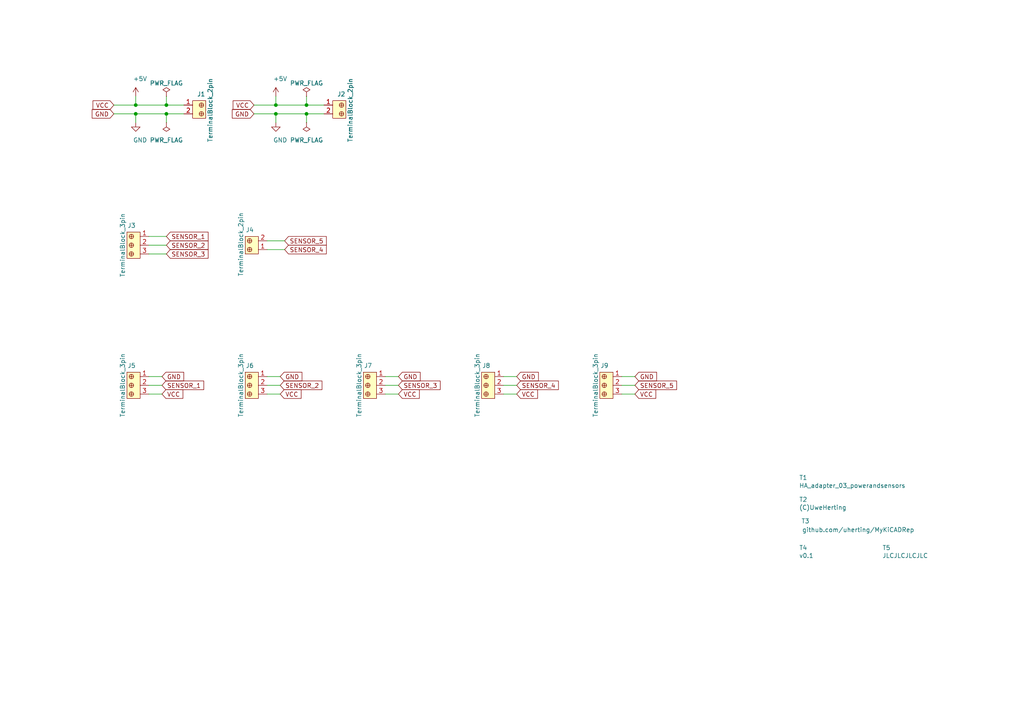
<source format=kicad_sch>
(kicad_sch (version 20210621) (generator eeschema)
  (paper "A4")
  (title_block (title "HA_adapter_03 - power and sensors interface") (date "2021-09-29") (rev "0.1"))
  (lib_symbols
    (symbol "UH_HA:(C)UweHerting" (pin_numbers hide) (pin_names (offset 0) hide)
      (property "Reference" "T" (at 0 1.27 0))
      (property "Value" "(C)UweHerting" (at 0 -2.54 0))
    )
    (symbol "UH_HA:PCB_Name" (pin_numbers hide) (pin_names (offset 0) hide)
      (property "Reference" "T" (at 0 1.27 0))
      (property "Value" "PCB_Name" (at 0 -2.54 0))
    )
    (symbol "UH_HA:PCB_Version" (pin_numbers hide) (pin_names (offset 0) hide)
      (property "Reference" "T" (at 0 1.27 0))
      (property "Value" "PCB_Version" (at 0 -2.54 0))
    )
    (symbol "UH_HA:PWR_FLAG" (power) (pin_numbers hide) (pin_names (offset 0) hide)
      (property "Value" "PWR_FLAG" (at 0 3.81 0))
      (symbol "PWR_FLAG_0_0"
        (pin power_out line (at 0 0 90) (length 0) (name "pwr") (number "1"))
      )
      (symbol "PWR_FLAG_0_1"
        (polyline (pts (xy 0 0) (xy 0 1.27) (xy -1.016 1.905) (xy 0 2.54) (xy 1.016 1.905) (xy 0 1.27)))
      )
    )
    (symbol "UH_HA:TerminalBlock_2pin" (pin_names (offset 1.016))
      (property "Reference" "J" (at -2.54 1.27 0))
      (property "Value" "TerminalBlock_2pin" (at 1.27 -2.54 0))
      (symbol "TerminalBlock_2pin_1_1"
        (circle (center 0 0) (radius 0.635))
        (circle (center 2.54 0) (radius 0.635))
        (rectangle (start -1.27 2.54) (end 3.81 -1.27) (fill (type background)))
        (polyline (pts (xy 0 0.635) (xy 0 -0.635)))
        (polyline (pts (xy 0.635 0) (xy -0.635 0)))
        (polyline (pts (xy 1.905 0) (xy 3.175 0)))
        (polyline (pts (xy 2.54 0.635) (xy 2.54 -0.635)))
        (pin passive line (at 0 5.08 270) (length 2.54) (name "~") (number "1"))
        (pin passive line (at 2.54 5.08 270) (length 2.54) (name "~") (number "2"))
      )
    )
    (symbol "UH_HA:TerminalBlock_3pin" (pin_names (offset 1.016))
      (property "Reference" "J" (at -2.54 1.27 0))
      (property "Value" "TerminalBlock_3pin" (at 2.54 -2.54 0))
      (symbol "TerminalBlock_3pin_1_1"
        (circle (center 0 0) (radius 0.635))
        (circle (center 2.54 0) (radius 0.635))
        (circle (center 5.08 0) (radius 0.635))
        (rectangle (start -1.27 2.54) (end 6.35 -1.27) (fill (type background)))
        (polyline (pts (xy 0 0.635) (xy 0 -0.635)))
        (polyline (pts (xy 0.635 0) (xy -0.635 0)))
        (polyline (pts (xy 1.905 0) (xy 3.175 0)))
        (polyline (pts (xy 2.54 0.635) (xy 2.54 -0.635)))
        (polyline (pts (xy 4.445 0) (xy 5.715 0)))
        (polyline (pts (xy 5.08 0.635) (xy 5.08 -0.635)))
        (pin passive line (at 0 5.08 270) (length 2.54) (name "~") (number "1"))
        (pin passive line (at 2.54 5.08 270) (length 2.54) (name "~") (number "2"))
        (pin passive line (at 5.08 5.08 270) (length 2.54) (name "~") (number "3"))
      )
    )
    (symbol "UH_HA:https___github.com_uherting_MyKiCADRep" (pin_numbers hide) (pin_names (offset 0) hide)
      (property "Reference" "T" (at 0 1.27 0))
      (property "Datasheet" "https://github.com/uherting/MyKiCADRep" (at 0 0 0))
    )
    (symbol "power:+5V" (power) (pin_names (offset 0))
      (property "Value" "+5V" (at 0 3.556 0))
      (symbol "+5V_0_1"
        (polyline (pts (xy -0.762 1.27) (xy 0 2.54)))
        (polyline (pts (xy 0 0) (xy 0 2.54)))
        (polyline (pts (xy 0 2.54) (xy 0.762 1.27)))
      )
      (symbol "+5V_1_1"
        (pin power_in line (at 0 0 90) (length 0) hide (name "+5V") (number "1"))
      )
    )
    (symbol "power:GND" (power) (pin_names (offset 0))
      (property "Value" "GND" (at 0 -3.81 0))
      (symbol "GND_0_1"
        (polyline (pts (xy 0 0) (xy 0 -1.27) (xy 1.27 -1.27) (xy 0 -2.54) (xy -1.27 -1.27) (xy 0 -1.27)))
      )
      (symbol "GND_1_1"
        (pin power_in line (at 0 0 270) (length 0) hide (name "GND") (number "1"))
      )
    )
  )
  (junction (at 39.37 30.48) (diameter 0.9144))
  (junction (at 39.37 33.02) (diameter 0.9144))
  (junction (at 48.26 30.48) (diameter 0.9144))
  (junction (at 48.26 33.02) (diameter 0.9144))
  (junction (at 80.01 30.48) (diameter 0.9144))
  (junction (at 80.01 33.02) (diameter 0.9144))
  (junction (at 88.9 30.48) (diameter 0.9144))
  (junction (at 88.9 33.02) (diameter 0.9144))
  (wire (pts (xy 33.02 30.48) (xy 39.37 30.48)))
  (wire (pts (xy 33.02 33.02) (xy 39.37 33.02)))
  (wire (pts (xy 39.37 27.94) (xy 39.37 30.48)))
  (wire (pts (xy 39.37 30.48) (xy 48.26 30.48)))
  (wire (pts (xy 39.37 33.02) (xy 39.37 35.56)))
  (wire (pts (xy 39.37 33.02) (xy 48.26 33.02)))
  (wire (pts (xy 43.18 68.58) (xy 48.26 68.58)))
  (wire (pts (xy 43.18 71.12) (xy 48.26 71.12)))
  (wire (pts (xy 43.18 73.66) (xy 48.26 73.66)))
  (wire (pts (xy 43.18 109.22) (xy 46.99 109.22)))
  (wire (pts (xy 43.18 111.76) (xy 46.99 111.76)))
  (wire (pts (xy 43.18 114.3) (xy 46.99 114.3)))
  (wire (pts (xy 48.26 30.48) (xy 48.26 27.94)))
  (wire (pts (xy 48.26 30.48) (xy 53.34 30.48)))
  (wire (pts (xy 48.26 33.02) (xy 48.26 35.56)))
  (wire (pts (xy 48.26 33.02) (xy 53.34 33.02)))
  (wire (pts (xy 73.66 30.48) (xy 80.01 30.48)))
  (wire (pts (xy 73.66 33.02) (xy 80.01 33.02)))
  (wire (pts (xy 77.47 69.85) (xy 82.55 69.85)))
  (wire (pts (xy 77.47 72.39) (xy 82.55 72.39)))
  (wire (pts (xy 77.47 109.22) (xy 81.28 109.22)))
  (wire (pts (xy 77.47 111.76) (xy 81.28 111.76)))
  (wire (pts (xy 77.47 114.3) (xy 81.28 114.3)))
  (wire (pts (xy 80.01 27.94) (xy 80.01 30.48)))
  (wire (pts (xy 80.01 30.48) (xy 88.9 30.48)))
  (wire (pts (xy 80.01 33.02) (xy 80.01 35.56)))
  (wire (pts (xy 80.01 33.02) (xy 88.9 33.02)))
  (wire (pts (xy 88.9 30.48) (xy 88.9 27.94)))
  (wire (pts (xy 88.9 30.48) (xy 93.98 30.48)))
  (wire (pts (xy 88.9 33.02) (xy 88.9 35.56)))
  (wire (pts (xy 88.9 33.02) (xy 93.98 33.02)))
  (wire (pts (xy 111.76 109.22) (xy 115.57 109.22)))
  (wire (pts (xy 111.76 111.76) (xy 115.57 111.76)))
  (wire (pts (xy 111.76 114.3) (xy 115.57 114.3)))
  (wire (pts (xy 146.05 109.22) (xy 149.86 109.22)))
  (wire (pts (xy 146.05 111.76) (xy 149.86 111.76)))
  (wire (pts (xy 146.05 114.3) (xy 149.86 114.3)))
  (wire (pts (xy 180.34 109.22) (xy 184.15 109.22)))
  (wire (pts (xy 180.34 111.76) (xy 184.15 111.76)))
  (wire (pts (xy 180.34 114.3) (xy 184.15 114.3)))
  (global_label "VCC" (shape input) (at 33.02 30.48 180) (property "Intersheet References" "${INTERSHEET_REFS}" (effects hide)))
  (global_label "GND" (shape input) (at 33.02 33.02 180) (property "Intersheet References" "${INTERSHEET_REFS}" (effects hide)))
  (global_label "GND" (shape input) (at 46.99 109.22 0) (property "Intersheet References" "${INTERSHEET_REFS}" (effects hide)))
  (global_label "SENSOR_1" (shape input) (at 46.99 111.76 0) (property "Intersheet References" "${INTERSHEET_REFS}" (effects hide)))
  (global_label "VCC" (shape input) (at 46.99 114.3 0) (property "Intersheet References" "${INTERSHEET_REFS}" (effects hide)))
  (global_label "SENSOR_1" (shape input) (at 48.26 68.58 0) (property "Intersheet References" "${INTERSHEET_REFS}" (effects hide)))
  (global_label "SENSOR_2" (shape input) (at 48.26 71.12 0) (property "Intersheet References" "${INTERSHEET_REFS}" (effects hide)))
  (global_label "SENSOR_3" (shape input) (at 48.26 73.66 0) (property "Intersheet References" "${INTERSHEET_REFS}" (effects hide)))
  (global_label "VCC" (shape input) (at 73.66 30.48 180) (property "Intersheet References" "${INTERSHEET_REFS}" (effects hide)))
  (global_label "GND" (shape input) (at 73.66 33.02 180) (property "Intersheet References" "${INTERSHEET_REFS}" (effects hide)))
  (global_label "GND" (shape input) (at 81.28 109.22 0) (property "Intersheet References" "${INTERSHEET_REFS}" (effects hide)))
  (global_label "SENSOR_2" (shape input) (at 81.28 111.76 0) (property "Intersheet References" "${INTERSHEET_REFS}" (effects hide)))
  (global_label "VCC" (shape input) (at 81.28 114.3 0) (property "Intersheet References" "${INTERSHEET_REFS}" (effects hide)))
  (global_label "SENSOR_5" (shape input) (at 82.55 69.85 0) (property "Intersheet References" "${INTERSHEET_REFS}" (effects hide)))
  (global_label "SENSOR_4" (shape input) (at 82.55 72.39 0) (property "Intersheet References" "${INTERSHEET_REFS}" (effects hide)))
  (global_label "GND" (shape input) (at 115.57 109.22 0) (property "Intersheet References" "${INTERSHEET_REFS}" (effects hide)))
  (global_label "SENSOR_3" (shape input) (at 115.57 111.76 0) (property "Intersheet References" "${INTERSHEET_REFS}" (effects hide)))
  (global_label "VCC" (shape input) (at 115.57 114.3 0) (property "Intersheet References" "${INTERSHEET_REFS}" (effects hide)))
  (global_label "GND" (shape input) (at 149.86 109.22 0) (property "Intersheet References" "${INTERSHEET_REFS}" (effects hide)))
  (global_label "SENSOR_4" (shape input) (at 149.86 111.76 0) (property "Intersheet References" "${INTERSHEET_REFS}" (effects hide)))
  (global_label "VCC" (shape input) (at 149.86 114.3 0) (property "Intersheet References" "${INTERSHEET_REFS}" (effects hide)))
  (global_label "GND" (shape input) (at 184.15 109.22 0) (property "Intersheet References" "${INTERSHEET_REFS}" (effects hide)))
  (global_label "SENSOR_5" (shape input) (at 184.15 111.76 0) (property "Intersheet References" "${INTERSHEET_REFS}" (effects hide)))
  (global_label "VCC" (shape input) (at 184.15 114.3 0) (property "Intersheet References" "${INTERSHEET_REFS}" (effects hide)))
  (symbol (lib_id "UH_HA:PCB_Name") (at 231.14 139.7 0) (unit 1)
    (property "Reference" "T1" (at 231.775 138.5316 0) (effects (justify left)))
    (property "Value" "HA_adapter_03_powerandsensors" (at 231.775 140.843 0) (effects (font (size 1.25 1.25)) (justify left)))
    (property "Footprint" "UH_HA:PCB_Name" (effects hide))
  )
  (symbol (lib_id "UH_HA:(C)UweHerting") (at 231.14 146.05 0) (unit 1)
    (property "Reference" "T2" (at 231.775 144.8816 0) (effects (justify left)))
    (property "Value" "(C)UweHerting" (at 231.775 147.193 0) (effects (justify left)))
    (property "Footprint" "UH_HA:Copyright-Uwe_Herting" (effects hide))
  )
  (symbol (lib_id "UH_HA:https___github.com_uherting_MyKiCADRep") (at 231.14 152.4 0) (unit 1)
    (property "Reference" "T3" (at 232.41 151.1299 0) (effects (justify left)))
    (property "Value" "github.com{slash}uherting{slash}MyKiCADRep" (at 248.92 153.67 0))
    (property "Footprint" "UH_HA:GithubLink_UH" (effects hide))
    (property "Datasheet" "uherting.MyKiCADRep @ GitHub" (effects hide))
  )
  (symbol (lib_id "UH_HA:PCB_Version") (at 231.14 160.02 0) (unit 1)
    (property "Reference" "T4" (at 231.775 158.877 0) (effects (justify left)))
    (property "Value" "v0.1" (at 231.775 161.163 0) (effects (justify left)))
    (property "Footprint" "UH_HA:PCB_Version" (effects hide))
  )
  (symbol (lib_id "UH_HA:PCB_Version") (at 255.27 160.02 0) (unit 1)
    (property "Reference" "T5" (at 255.905 158.877 0) (effects (justify left)))
    (property "Value" "JLCJLCJLCJLC" (at 255.905 161.163 0) (effects (justify left)))
    (property "Footprint" "UH_HA:PCB_Version" (effects hide))
  )
  (symbol (lib_id "power:+5V") (at 39.37 27.94 0) (unit 1)
    (property "Reference" "#PWR01" (effects hide))
    (property "Value" "+5V" (at 40.64 22.86 0))
  )
  (symbol (lib_id "power:+5V") (at 80.01 27.94 0) (unit 1)
    (property "Reference" "#PWR02" (effects hide))
    (property "Value" "+5V" (at 81.28 22.86 0))
  )
  (symbol (lib_id "UH_HA:PWR_FLAG") (at 48.26 27.94 0) (unit 1)
    (property "Reference" "#FLG01" (effects hide))
    (property "Value" "PWR_FLAG" (at 48.26 24.13 0))
  )
  (symbol (lib_id "UH_HA:PWR_FLAG") (at 48.26 35.56 180) (unit 1)
    (property "Reference" "#FLG03" (effects hide))
    (property "Value" "PWR_FLAG" (at 48.26 40.64 0))
  )
  (symbol (lib_id "UH_HA:PWR_FLAG") (at 88.9 27.94 0) (unit 1)
    (property "Reference" "#FLG02" (effects hide))
    (property "Value" "PWR_FLAG" (at 88.9 24.13 0))
  )
  (symbol (lib_id "UH_HA:PWR_FLAG") (at 88.9 35.56 180) (unit 1)
    (property "Reference" "#FLG04" (effects hide))
    (property "Value" "PWR_FLAG" (at 88.9 40.64 0))
  )
  (symbol (lib_id "power:GND") (at 39.37 35.56 0) (unit 1)
    (property "Reference" "#PWR03" (effects hide))
    (property "Value" "GND" (at 40.64 40.64 0))
  )
  (symbol (lib_id "power:GND") (at 80.01 35.56 0) (unit 1)
    (property "Reference" "#PWR04" (effects hide))
    (property "Value" "GND" (at 81.28 40.64 0))
  )
  (symbol (lib_id "UH_HA:TerminalBlock_2pin") (at 58.42 30.48 90) (mirror x) (unit 1)
    (property "Reference" "J1" (at 57.15 27.3049 90) (effects (justify right)))
    (property "Value" "TerminalBlock_2pin" (at 60.96 41.2749 0) (effects (justify right)))
    (property "Footprint" "UH_HA:Term_Block_1x2_P5mm" (effects hide))
    (property "Datasheet" "http://www.on-shore.com/wp-content/uploads/OSTTCXX0162.pdf" (effects hide))
    (property "Digi-Key_PN" "ED2600-ND" (effects hide))
    (property "MPN" "OSTTC020162" (effects hide))
    (property "Category" "Connectors, Interconnects" (effects hide))
    (property "Family" "Terminal Blocks - Wire to Board" (effects hide))
    (property "DK_Datasheet_Link" "http://www.on-shore.com/wp-content/uploads/OSTTCXX0162.pdf" (effects hide))
    (property "DK_Detail_Page" "/product-detail/en/on-shore-technology-inc/OSTTC020162/ED2600-ND/614549" (effects hide))
    (property "Description" "TERM BLK 2POS SIDE ENTRY 5MM PCB" (effects hide))
    (property "Manufacturer" "On Shore Technology Inc." (effects hide))
    (property "Status" "Active" (effects hide))
  )
  (symbol (lib_id "UH_HA:TerminalBlock_2pin") (at 72.39 72.39 270) (mirror x) (unit 1)
    (property "Reference" "J4" (at 73.66 66.6751 90) (effects (justify right)))
    (property "Value" "TerminalBlock_2pin" (at 69.85 61.5951 0) (effects (justify right)))
    (property "Footprint" "UH_HA:Term_Block_1x2_P5mm" (effects hide))
    (property "Datasheet" "http://www.on-shore.com/wp-content/uploads/OSTTCXX0162.pdf" (effects hide))
    (property "Digi-Key_PN" "ED2600-ND" (effects hide))
    (property "MPN" "OSTTC020162" (effects hide))
    (property "Category" "Connectors, Interconnects" (effects hide))
    (property "Family" "Terminal Blocks - Wire to Board" (effects hide))
    (property "DK_Datasheet_Link" "http://www.on-shore.com/wp-content/uploads/OSTTCXX0162.pdf" (effects hide))
    (property "DK_Detail_Page" "/product-detail/en/on-shore-technology-inc/OSTTC020162/ED2600-ND/614549" (effects hide))
    (property "Description" "TERM BLK 2POS SIDE ENTRY 5MM PCB" (effects hide))
    (property "Manufacturer" "On Shore Technology Inc." (effects hide))
    (property "Status" "Active" (effects hide))
  )
  (symbol (lib_id "UH_HA:TerminalBlock_2pin") (at 99.06 30.48 90) (mirror x) (unit 1)
    (property "Reference" "J2" (at 97.79 27.3049 90) (effects (justify right)))
    (property "Value" "TerminalBlock_2pin" (at 101.6 41.2749 0) (effects (justify right)))
    (property "Footprint" "UH_HA:Term_Block_1x2_P5mm" (effects hide))
    (property "Datasheet" "http://www.on-shore.com/wp-content/uploads/OSTTCXX0162.pdf" (effects hide))
    (property "Digi-Key_PN" "ED2600-ND" (effects hide))
    (property "MPN" "OSTTC020162" (effects hide))
    (property "Category" "Connectors, Interconnects" (effects hide))
    (property "Family" "Terminal Blocks - Wire to Board" (effects hide))
    (property "DK_Datasheet_Link" "http://www.on-shore.com/wp-content/uploads/OSTTCXX0162.pdf" (effects hide))
    (property "DK_Detail_Page" "/product-detail/en/on-shore-technology-inc/OSTTC020162/ED2600-ND/614549" (effects hide))
    (property "Description" "TERM BLK 2POS SIDE ENTRY 5MM PCB" (effects hide))
    (property "Manufacturer" "On Shore Technology Inc." (effects hide))
    (property "Status" "Active" (effects hide))
  )
  (symbol (lib_id "UH_HA:TerminalBlock_3pin") (at 38.1 68.58 270) (unit 1)
    (property "Reference" "J3" (at 39.37 65.4049 90) (effects (justify right)))
    (property "Value" "TerminalBlock_3pin" (at 35.56 71.12 0))
    (property "Footprint" "UH_HA:Term_Block_1x3_P5mm" (effects hide))
    (property "Datasheet" "http://www.on-shore.com/wp-content/uploads/OSTTCXX0162.pdf" (effects hide))
    (property "Digi-Key_PN" "ED2601-ND" (effects hide))
    (property "MPN" "OSTTC030162" (effects hide))
    (property "Category" "Connectors, Interconnects" (effects hide))
    (property "Family" "Terminal Blocks - Wire to Board" (effects hide))
    (property "DK_Datasheet_Link" "http://www.on-shore.com/wp-content/uploads/OSTTCXX0162.pdf" (effects hide))
    (property "DK_Detail_Page" "/product-detail/en/on-shore-technology-inc/OSTTC030162/ED2601-ND/614550" (effects hide))
    (property "Description" "TERM BLK 3POS SIDE ENTRY 5MM PCB" (effects hide))
    (property "Manufacturer" "On Shore Technology Inc." (effects hide))
    (property "Status" "Active" (effects hide))
  )
  (symbol (lib_id "UH_HA:TerminalBlock_3pin") (at 38.1 109.22 270) (unit 1)
    (property "Reference" "J5" (at 39.37 106.0449 90) (effects (justify right)))
    (property "Value" "TerminalBlock_3pin" (at 35.56 111.76 0))
    (property "Footprint" "UH_HA:Term_Block_1x3_P5mm" (effects hide))
    (property "Datasheet" "http://www.on-shore.com/wp-content/uploads/OSTTCXX0162.pdf" (effects hide))
    (property "Digi-Key_PN" "ED2601-ND" (effects hide))
    (property "MPN" "OSTTC030162" (effects hide))
    (property "Category" "Connectors, Interconnects" (effects hide))
    (property "Family" "Terminal Blocks - Wire to Board" (effects hide))
    (property "DK_Datasheet_Link" "http://www.on-shore.com/wp-content/uploads/OSTTCXX0162.pdf" (effects hide))
    (property "DK_Detail_Page" "/product-detail/en/on-shore-technology-inc/OSTTC030162/ED2601-ND/614550" (effects hide))
    (property "Description" "TERM BLK 3POS SIDE ENTRY 5MM PCB" (effects hide))
    (property "Manufacturer" "On Shore Technology Inc." (effects hide))
    (property "Status" "Active" (effects hide))
  )
  (symbol (lib_id "UH_HA:TerminalBlock_3pin") (at 72.39 109.22 270) (unit 1)
    (property "Reference" "J6" (at 73.66 106.0449 90) (effects (justify right)))
    (property "Value" "TerminalBlock_3pin" (at 69.85 111.76 0))
    (property "Footprint" "UH_HA:Term_Block_1x3_P5mm" (effects hide))
    (property "Datasheet" "http://www.on-shore.com/wp-content/uploads/OSTTCXX0162.pdf" (effects hide))
    (property "Digi-Key_PN" "ED2601-ND" (effects hide))
    (property "MPN" "OSTTC030162" (effects hide))
    (property "Category" "Connectors, Interconnects" (effects hide))
    (property "Family" "Terminal Blocks - Wire to Board" (effects hide))
    (property "DK_Datasheet_Link" "http://www.on-shore.com/wp-content/uploads/OSTTCXX0162.pdf" (effects hide))
    (property "DK_Detail_Page" "/product-detail/en/on-shore-technology-inc/OSTTC030162/ED2601-ND/614550" (effects hide))
    (property "Description" "TERM BLK 3POS SIDE ENTRY 5MM PCB" (effects hide))
    (property "Manufacturer" "On Shore Technology Inc." (effects hide))
    (property "Status" "Active" (effects hide))
  )
  (symbol (lib_id "UH_HA:TerminalBlock_3pin") (at 106.68 109.22 270) (unit 1)
    (property "Reference" "J7" (at 107.95 106.0449 90) (effects (justify right)))
    (property "Value" "TerminalBlock_3pin" (at 104.14 111.76 0))
    (property "Footprint" "UH_HA:Term_Block_1x3_P5mm" (effects hide))
    (property "Datasheet" "http://www.on-shore.com/wp-content/uploads/OSTTCXX0162.pdf" (effects hide))
    (property "Digi-Key_PN" "ED2601-ND" (effects hide))
    (property "MPN" "OSTTC030162" (effects hide))
    (property "Category" "Connectors, Interconnects" (effects hide))
    (property "Family" "Terminal Blocks - Wire to Board" (effects hide))
    (property "DK_Datasheet_Link" "http://www.on-shore.com/wp-content/uploads/OSTTCXX0162.pdf" (effects hide))
    (property "DK_Detail_Page" "/product-detail/en/on-shore-technology-inc/OSTTC030162/ED2601-ND/614550" (effects hide))
    (property "Description" "TERM BLK 3POS SIDE ENTRY 5MM PCB" (effects hide))
    (property "Manufacturer" "On Shore Technology Inc." (effects hide))
    (property "Status" "Active" (effects hide))
  )
  (symbol (lib_id "UH_HA:TerminalBlock_3pin") (at 140.97 109.22 270) (unit 1)
    (property "Reference" "J8" (at 142.24 106.0449 90) (effects (justify right)))
    (property "Value" "TerminalBlock_3pin" (at 138.43 111.76 0))
    (property "Footprint" "UH_HA:Term_Block_1x3_P5mm" (effects hide))
    (property "Datasheet" "http://www.on-shore.com/wp-content/uploads/OSTTCXX0162.pdf" (effects hide))
    (property "Digi-Key_PN" "ED2601-ND" (effects hide))
    (property "MPN" "OSTTC030162" (effects hide))
    (property "Category" "Connectors, Interconnects" (effects hide))
    (property "Family" "Terminal Blocks - Wire to Board" (effects hide))
    (property "DK_Datasheet_Link" "http://www.on-shore.com/wp-content/uploads/OSTTCXX0162.pdf" (effects hide))
    (property "DK_Detail_Page" "/product-detail/en/on-shore-technology-inc/OSTTC030162/ED2601-ND/614550" (effects hide))
    (property "Description" "TERM BLK 3POS SIDE ENTRY 5MM PCB" (effects hide))
    (property "Manufacturer" "On Shore Technology Inc." (effects hide))
    (property "Status" "Active" (effects hide))
  )
  (symbol (lib_id "UH_HA:TerminalBlock_3pin") (at 175.26 109.22 270) (unit 1)
    (property "Reference" "J9" (at 176.53 106.0449 90) (effects (justify right)))
    (property "Value" "TerminalBlock_3pin" (at 172.72 111.76 0))
    (property "Footprint" "UH_HA:Term_Block_1x3_P5mm" (effects hide))
    (property "Datasheet" "http://www.on-shore.com/wp-content/uploads/OSTTCXX0162.pdf" (effects hide))
    (property "Digi-Key_PN" "ED2601-ND" (effects hide))
    (property "MPN" "OSTTC030162" (effects hide))
    (property "Category" "Connectors, Interconnects" (effects hide))
    (property "Family" "Terminal Blocks - Wire to Board" (effects hide))
    (property "DK_Datasheet_Link" "http://www.on-shore.com/wp-content/uploads/OSTTCXX0162.pdf" (effects hide))
    (property "DK_Detail_Page" "/product-detail/en/on-shore-technology-inc/OSTTC030162/ED2601-ND/614550" (effects hide))
    (property "Description" "TERM BLK 3POS SIDE ENTRY 5MM PCB" (effects hide))
    (property "Manufacturer" "On Shore Technology Inc." (effects hide))
    (property "Status" "Active" (effects hide))
  )
)
</source>
